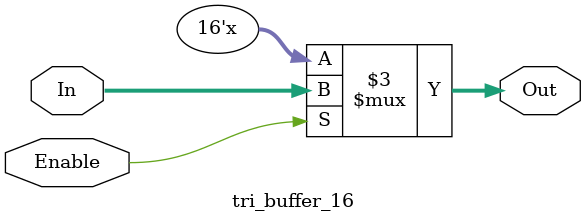
<source format=sv>
module tri_buffer_16 (input Enable, input[15:0] In, output logic[15:0] Out);
	always_comb
	begin
		if(Enable)
			Out=In;
		else
			Out=16'bZZZZZZZZZZZZZZZZ;
	end

endmodule

</source>
